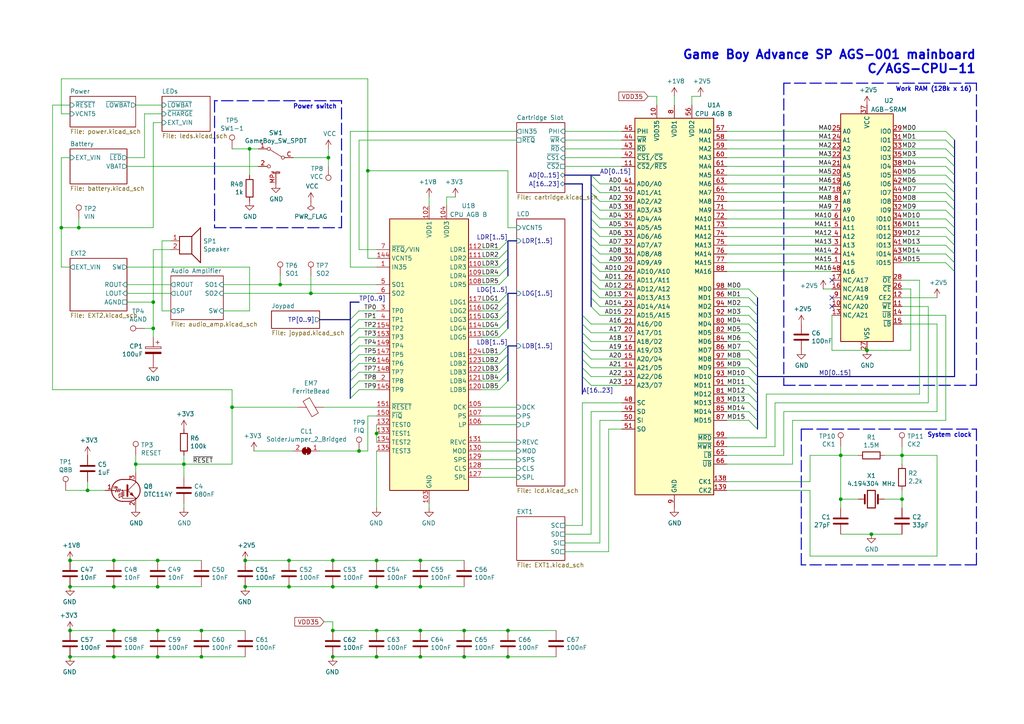
<source format=kicad_sch>
(kicad_sch (version 20211123) (generator eeschema)
  (paper "A4")
  (title_block (title "AGS-CPU-11") (date "2021-07-26") (rev "C") (company "https://gekkio.fi") (comment 1 "https://github.com/Gekkio/gb-schematics"))
  (junction (at 44.45 87.63))
  (junction (at 106.68 49.53))
  (junction (at 243.84 132.08))
  (junction (at 58.42 190.5))
  (junction (at 72.39 43.18))
  (junction (at 96.52 182.88))
  (junction (at 20.32 190.5))
  (junction (at 109.22 182.88))
  (junction (at 109.22 162.56))
  (junction (at 121.92 182.88))
  (junction (at 20.32 182.88))
  (junction (at 83.82 170.18))
  (junction (at 33.02 162.56))
  (junction (at 90.17 85.09))
  (junction (at 44.45 95.25))
  (junction (at 96.52 170.18))
  (junction (at 243.84 144.78))
  (junction (at 33.02 182.88))
  (junction (at 96.52 162.56))
  (junction (at 67.31 118.11))
  (junction (at 109.22 190.5))
  (junction (at 147.32 182.88))
  (junction (at 109.22 170.18))
  (junction (at 58.42 182.88))
  (junction (at 45.72 190.5))
  (junction (at 45.72 170.18))
  (junction (at 83.82 162.56))
  (junction (at 71.12 162.56))
  (junction (at 134.62 190.5))
  (junction (at 121.92 162.56))
  (junction (at 71.12 170.18))
  (junction (at 134.62 182.88))
  (junction (at 22.86 66.04))
  (junction (at 17.78 66.04))
  (junction (at 20.32 162.56))
  (junction (at 96.52 190.5))
  (junction (at 261.62 144.78))
  (junction (at 121.92 170.18))
  (junction (at 121.92 190.5))
  (junction (at 81.28 82.55))
  (junction (at 252.73 154.94))
  (junction (at 261.62 132.08))
  (junction (at 251.46 101.6))
  (junction (at 45.72 182.88))
  (junction (at 53.34 134.62))
  (junction (at 147.32 190.5))
  (junction (at 33.02 170.18))
  (junction (at 104.14 130.81))
  (junction (at 25.4 142.24))
  (junction (at 20.32 170.18))
  (junction (at 33.02 190.5))
  (junction (at 95.25 45.72))
  (junction (at 109.22 125.73))
  (junction (at 39.37 134.62))
  (junction (at 45.72 162.56))
  (no_connect (at 241.3 86.36))
  (no_connect (at 241.3 88.9))
  (no_connect (at 241.3 81.28))
  (bus_entry (at 147.32 110.49) (size -2.54 2.54))
  (bus_entry (at 147.32 87.63) (size -2.54 2.54))
  (bus_entry (at 217.17 99.06) (size 2.54 2.54))
  (bus_entry (at 217.17 104.14) (size 2.54 2.54))
  (bus_entry (at 104.14 92.71) (size -2.54 2.54))
  (bus_entry (at 217.17 111.76) (size 2.54 2.54))
  (bus_entry (at 171.45 76.2) (size 2.54 2.54))
  (bus_entry (at 104.14 102.87) (size -2.54 2.54))
  (bus_entry (at 274.32 48.26) (size 2.54 2.54))
  (bus_entry (at 217.17 86.36) (size 2.54 2.54))
  (bus_entry (at 217.17 101.6) (size 2.54 2.54))
  (bus_entry (at 104.14 113.03) (size -2.54 2.54))
  (bus_entry (at 171.45 81.28) (size 2.54 2.54))
  (bus_entry (at 171.45 53.34) (size 2.54 2.54))
  (bus_entry (at 168.91 93.98) (size 2.54 2.54))
  (bus_entry (at 147.32 74.93) (size -2.54 2.54))
  (bus_entry (at 217.17 91.44) (size 2.54 2.54))
  (bus_entry (at 274.32 53.34) (size 2.54 2.54))
  (bus_entry (at 147.32 85.09) (size -2.54 2.54))
  (bus_entry (at 171.45 86.36) (size 2.54 2.54))
  (bus_entry (at 147.32 77.47) (size -2.54 2.54))
  (bus_entry (at 274.32 43.18) (size 2.54 2.54))
  (bus_entry (at 168.91 101.6) (size 2.54 2.54))
  (bus_entry (at 168.91 96.52) (size 2.54 2.54))
  (bus_entry (at 104.14 110.49) (size -2.54 2.54))
  (bus_entry (at 274.32 55.88) (size 2.54 2.54))
  (bus_entry (at 274.32 68.58) (size 2.54 2.54))
  (bus_entry (at 171.45 83.82) (size 2.54 2.54))
  (bus_entry (at 147.32 92.71) (size -2.54 2.54))
  (bus_entry (at 147.32 80.01) (size -2.54 2.54))
  (bus_entry (at 171.45 60.96) (size 2.54 2.54))
  (bus_entry (at 217.17 121.92) (size 2.54 2.54))
  (bus_entry (at 171.45 66.04) (size 2.54 2.54))
  (bus_entry (at 171.45 78.74) (size 2.54 2.54))
  (bus_entry (at 217.17 119.38) (size 2.54 2.54))
  (bus_entry (at 217.17 114.3) (size 2.54 2.54))
  (bus_entry (at 274.32 63.5) (size 2.54 2.54))
  (bus_entry (at 217.17 88.9) (size 2.54 2.54))
  (bus_entry (at 274.32 50.8) (size 2.54 2.54))
  (bus_entry (at 104.14 107.95) (size -2.54 2.54))
  (bus_entry (at 104.14 97.79) (size -2.54 2.54))
  (bus_entry (at 104.14 105.41) (size -2.54 2.54))
  (bus_entry (at 274.32 73.66) (size 2.54 2.54))
  (bus_entry (at 274.32 45.72) (size 2.54 2.54))
  (bus_entry (at 274.32 58.42) (size 2.54 2.54))
  (bus_entry (at 217.17 96.52) (size 2.54 2.54))
  (bus_entry (at 171.45 88.9) (size 2.54 2.54))
  (bus_entry (at 171.45 50.8) (size 2.54 2.54))
  (bus_entry (at 217.17 116.84) (size 2.54 2.54))
  (bus_entry (at 168.91 91.44) (size 2.54 2.54))
  (bus_entry (at 171.45 71.12) (size 2.54 2.54))
  (bus_entry (at 217.17 109.22) (size 2.54 2.54))
  (bus_entry (at 217.17 93.98) (size 2.54 2.54))
  (bus_entry (at 147.32 72.39) (size -2.54 2.54))
  (bus_entry (at 147.32 102.87) (size -2.54 2.54))
  (bus_entry (at 168.91 104.14) (size 2.54 2.54))
  (bus_entry (at 217.17 106.68) (size 2.54 2.54))
  (bus_entry (at 147.32 95.25) (size -2.54 2.54))
  (bus_entry (at 171.45 73.66) (size 2.54 2.54))
  (bus_entry (at 147.32 107.95) (size -2.54 2.54))
  (bus_entry (at 274.32 60.96) (size 2.54 2.54))
  (bus_entry (at 147.32 90.17) (size -2.54 2.54))
  (bus_entry (at 217.17 83.82) (size 2.54 2.54))
  (bus_entry (at 171.45 68.58) (size 2.54 2.54))
  (bus_entry (at 104.14 95.25) (size -2.54 2.54))
  (bus_entry (at 104.14 100.33) (size -2.54 2.54))
  (bus_entry (at 147.32 105.41) (size -2.54 2.54))
  (bus_entry (at 104.14 90.17) (size -2.54 2.54))
  (bus_entry (at 147.32 69.85) (size -2.54 2.54))
  (bus_entry (at 171.45 55.88) (size 2.54 2.54))
  (bus_entry (at 274.32 38.1) (size 2.54 2.54))
  (bus_entry (at 171.45 63.5) (size 2.54 2.54))
  (bus_entry (at 147.32 100.33) (size -2.54 2.54))
  (bus_entry (at 274.32 66.04) (size 2.54 2.54))
  (bus_entry (at 168.91 106.68) (size 2.54 2.54))
  (bus_entry (at 168.91 99.06) (size 2.54 2.54))
  (bus_entry (at 171.45 58.42) (size 2.54 2.54))
  (bus_entry (at 274.32 76.2) (size 2.54 2.54))
  (bus_entry (at 168.91 109.22) (size 2.54 2.54))
  (bus_entry (at 274.32 40.64) (size 2.54 2.54))
  (bus_entry (at 274.32 71.12) (size 2.54 2.54))
  (wire (pts (xy 210.82 83.82) (xy 217.17 83.82)))
  (wire (pts (xy 261.62 63.5) (xy 274.32 63.5)))
  (wire (pts (xy 58.42 190.5) (xy 71.12 190.5)))
  (wire (pts (xy 271.78 132.08) (xy 261.62 132.08)))
  (polyline (pts (xy 283.21 163.83) (xy 232.41 163.83)) (stroke (width 0.3)))
  (wire (pts (xy 96.52 190.5) (xy 109.22 190.5)))
  (bus (pts (xy 101.6 110.49) (xy 101.6 113.03)))
  (wire (pts (xy 49.53 72.39) (xy 44.45 72.39)))
  (polyline (pts (xy 99.06 29.21) (xy 62.23 29.21)) (stroke (width 0.3)))
  (wire (pts (xy 176.53 160.02) (xy 163.83 160.02)))
  (wire (pts (xy 234.95 132.08) (xy 234.95 139.7)))
  (wire (pts (xy 274.32 121.92) (xy 229.87 121.92)))
  (wire (pts (xy 261.62 50.8) (xy 274.32 50.8)))
  (bus (pts (xy 276.86 63.5) (xy 276.86 66.04)))
  (wire (pts (xy 81.28 82.55) (xy 109.22 82.55)))
  (wire (pts (xy 261.62 66.04) (xy 274.32 66.04)))
  (wire (pts (xy 36.83 77.47) (xy 72.39 77.47)))
  (wire (pts (xy 109.22 130.81) (xy 109.22 147.32)))
  (polyline (pts (xy 62.23 66.04) (xy 99.06 66.04)) (stroke (width 0.3)))
  (wire (pts (xy 109.22 102.87) (xy 104.14 102.87)))
  (wire (pts (xy 144.78 92.71) (xy 139.7 92.71)))
  (wire (pts (xy 147.32 190.5) (xy 161.29 190.5)))
  (wire (pts (xy 144.78 72.39) (xy 139.7 72.39)))
  (wire (pts (xy 149.86 120.65) (xy 139.7 120.65)))
  (wire (pts (xy 261.62 55.88) (xy 274.32 55.88)))
  (wire (pts (xy 210.82 88.9) (xy 217.17 88.9)))
  (wire (pts (xy 109.22 120.65) (xy 106.68 120.65)))
  (bus (pts (xy 101.6 113.03) (xy 101.6 115.57)))
  (wire (pts (xy 210.82 121.92) (xy 217.17 121.92)))
  (polyline (pts (xy 232.41 163.83) (xy 232.41 124.46)) (stroke (width 0.3)))
  (wire (pts (xy 144.78 95.25) (xy 139.7 95.25)))
  (bus (pts (xy 168.91 101.6) (xy 168.91 104.14)))
  (wire (pts (xy 45.72 190.5) (xy 58.42 190.5)))
  (wire (pts (xy 261.62 40.64) (xy 274.32 40.64)))
  (wire (pts (xy 210.82 63.5) (xy 241.3 63.5)))
  (polyline (pts (xy 283.21 24.13) (xy 227.33 24.13)) (stroke (width 0.3)))
  (wire (pts (xy 144.78 80.01) (xy 139.7 80.01)))
  (wire (pts (xy 210.82 93.98) (xy 217.17 93.98)))
  (wire (pts (xy 173.99 91.44) (xy 180.34 91.44)))
  (bus (pts (xy 147.32 77.47) (xy 147.32 80.01)))
  (bus (pts (xy 276.86 58.42) (xy 276.86 60.96)))
  (bus (pts (xy 168.91 104.14) (xy 168.91 106.68)))
  (bus (pts (xy 276.86 48.26) (xy 276.86 50.8)))
  (wire (pts (xy 200.66 27.94) (xy 200.66 30.48)))
  (wire (pts (xy 83.82 162.56) (xy 96.52 162.56)))
  (wire (pts (xy 81.28 80.01) (xy 81.28 82.55)))
  (wire (pts (xy 171.45 93.98) (xy 180.34 93.98)))
  (wire (pts (xy 224.79 116.84) (xy 269.24 116.84)))
  (wire (pts (xy 144.78 82.55) (xy 139.7 82.55)))
  (wire (pts (xy 109.22 97.79) (xy 104.14 97.79)))
  (bus (pts (xy 276.86 68.58) (xy 276.86 71.12)))
  (wire (pts (xy 173.99 73.66) (xy 180.34 73.66)))
  (wire (pts (xy 109.22 110.49) (xy 104.14 110.49)))
  (bus (pts (xy 171.45 78.74) (xy 171.45 81.28)))
  (wire (pts (xy 243.84 132.08) (xy 248.92 132.08)))
  (wire (pts (xy 210.82 78.74) (xy 241.3 78.74)))
  (wire (pts (xy 144.78 87.63) (xy 139.7 87.63)))
  (wire (pts (xy 173.99 71.12) (xy 180.34 71.12)))
  (wire (pts (xy 261.62 68.58) (xy 274.32 68.58)))
  (bus (pts (xy 149.86 85.09) (xy 147.32 85.09)))
  (wire (pts (xy 163.83 48.26) (xy 180.34 48.26)))
  (wire (pts (xy 71.12 162.56) (xy 83.82 162.56)))
  (wire (pts (xy 171.45 119.38) (xy 171.45 154.94)))
  (wire (pts (xy 36.83 48.26) (xy 74.93 48.26)))
  (wire (pts (xy 95.25 45.72) (xy 85.09 45.72)))
  (wire (pts (xy 17.78 33.02) (xy 20.32 33.02)))
  (wire (pts (xy 109.22 105.41) (xy 104.14 105.41)))
  (bus (pts (xy 171.45 83.82) (xy 171.45 86.36)))
  (bus (pts (xy 276.86 60.96) (xy 276.86 63.5)))
  (wire (pts (xy 72.39 77.47) (xy 72.39 90.17)))
  (wire (pts (xy 163.83 38.1) (xy 180.34 38.1)))
  (wire (pts (xy 83.82 170.18) (xy 71.12 170.18)))
  (wire (pts (xy 22.86 66.04) (xy 17.78 66.04)))
  (wire (pts (xy 210.82 58.42) (xy 241.3 58.42)))
  (wire (pts (xy 149.86 66.04) (xy 147.32 66.04)))
  (bus (pts (xy 219.71 99.06) (xy 219.71 101.6)))
  (polyline (pts (xy 227.33 111.76) (xy 283.21 111.76)) (stroke (width 0.3)))
  (bus (pts (xy 171.45 50.8) (xy 171.45 53.34)))
  (wire (pts (xy 210.82 76.2) (xy 241.3 76.2)))
  (bus (pts (xy 147.32 85.09) (xy 147.32 87.63)))
  (bus (pts (xy 147.32 92.71) (xy 147.32 95.25)))
  (bus (pts (xy 219.71 109.22) (xy 219.71 111.76)))
  (wire (pts (xy 49.53 69.85) (xy 46.99 69.85)))
  (wire (pts (xy 227.33 119.38) (xy 271.78 119.38)))
  (bus (pts (xy 147.32 90.17) (xy 147.32 92.71)))
  (bus (pts (xy 219.71 86.36) (xy 219.71 88.9)))
  (wire (pts (xy 144.78 90.17) (xy 139.7 90.17)))
  (bus (pts (xy 147.32 69.85) (xy 147.32 72.39)))
  (wire (pts (xy 109.22 182.88) (xy 121.92 182.88)))
  (bus (pts (xy 219.71 96.52) (xy 219.71 99.06)))
  (wire (pts (xy 104.14 130.81) (xy 106.68 130.81)))
  (wire (pts (xy 104.14 72.39) (xy 104.14 40.64)))
  (wire (pts (xy 229.87 134.62) (xy 210.82 134.62)))
  (wire (pts (xy 190.5 27.94) (xy 190.5 30.48)))
  (wire (pts (xy 20.32 45.72) (xy 17.78 45.72)))
  (wire (pts (xy 149.86 135.89) (xy 139.7 135.89)))
  (wire (pts (xy 224.79 129.54) (xy 224.79 116.84)))
  (wire (pts (xy 261.62 81.28) (xy 266.7 81.28)))
  (wire (pts (xy 30.48 142.24) (xy 25.4 142.24)))
  (wire (pts (xy 210.82 101.6) (xy 217.17 101.6)))
  (wire (pts (xy 53.34 134.62) (xy 67.31 134.62)))
  (wire (pts (xy 92.71 130.81) (xy 104.14 130.81)))
  (wire (pts (xy 121.92 170.18) (xy 109.22 170.18)))
  (bus (pts (xy 219.71 109.22) (xy 276.86 109.22)))
  (wire (pts (xy 44.45 66.04) (xy 22.86 66.04)))
  (wire (pts (xy 173.99 60.96) (xy 180.34 60.96)))
  (wire (pts (xy 234.95 142.24) (xy 234.95 161.29)))
  (wire (pts (xy 243.84 144.78) (xy 243.84 147.32)))
  (wire (pts (xy 39.37 134.62) (xy 39.37 137.16)))
  (wire (pts (xy 96.52 170.18) (xy 83.82 170.18)))
  (wire (pts (xy 248.92 144.78) (xy 243.84 144.78)))
  (wire (pts (xy 58.42 182.88) (xy 71.12 182.88)))
  (wire (pts (xy 173.99 78.74) (xy 180.34 78.74)))
  (bus (pts (xy 276.86 55.88) (xy 276.86 58.42)))
  (wire (pts (xy 109.22 113.03) (xy 104.14 113.03)))
  (wire (pts (xy 264.16 83.82) (xy 264.16 101.6)))
  (wire (pts (xy 41.91 45.72) (xy 36.83 45.72)))
  (wire (pts (xy 144.78 107.95) (xy 139.7 107.95)))
  (bus (pts (xy 219.71 104.14) (xy 219.71 106.68)))
  (wire (pts (xy 173.99 88.9) (xy 180.34 88.9)))
  (wire (pts (xy 45.72 162.56) (xy 33.02 162.56)))
  (polyline (pts (xy 232.41 124.46) (xy 283.21 124.46)) (stroke (width 0.3)))
  (wire (pts (xy 203.2 27.94) (xy 200.66 27.94)))
  (bus (pts (xy 171.45 53.34) (xy 171.45 55.88)))
  (bus (pts (xy 147.32 87.63) (xy 147.32 90.17)))
  (wire (pts (xy 96.52 180.34) (xy 96.52 182.88)))
  (wire (pts (xy 261.62 71.12) (xy 274.32 71.12)))
  (wire (pts (xy 149.86 128.27) (xy 139.7 128.27)))
  (bus (pts (xy 219.71 111.76) (xy 219.71 114.3)))
  (bus (pts (xy 219.71 101.6) (xy 219.71 104.14)))
  (bus (pts (xy 168.91 91.44) (xy 168.91 93.98)))
  (bus (pts (xy 171.45 86.36) (xy 171.45 88.9)))
  (wire (pts (xy 217.17 106.68) (xy 210.82 106.68)))
  (wire (pts (xy 132.08 57.15) (xy 129.54 57.15)))
  (wire (pts (xy 124.46 146.05) (xy 124.46 147.32)))
  (wire (pts (xy 106.68 74.93) (xy 109.22 74.93)))
  (wire (pts (xy 261.62 53.34) (xy 274.32 53.34)))
  (wire (pts (xy 261.62 60.96) (xy 274.32 60.96)))
  (bus (pts (xy 101.6 100.33) (xy 101.6 102.87)))
  (wire (pts (xy 261.62 76.2) (xy 274.32 76.2)))
  (bus (pts (xy 147.32 74.93) (xy 147.32 77.47)))
  (wire (pts (xy 44.45 87.63) (xy 36.83 87.63)))
  (bus (pts (xy 219.71 106.68) (xy 219.71 109.22)))
  (wire (pts (xy 95.25 43.18) (xy 95.25 45.72)))
  (wire (pts (xy 96.52 162.56) (xy 109.22 162.56)))
  (bus (pts (xy 101.6 92.71) (xy 101.6 95.25)))
  (wire (pts (xy 109.22 100.33) (xy 104.14 100.33)))
  (wire (pts (xy 210.82 99.06) (xy 217.17 99.06)))
  (wire (pts (xy 144.78 110.49) (xy 139.7 110.49)))
  (wire (pts (xy 147.32 49.53) (xy 106.68 49.53)))
  (polyline (pts (xy 227.33 24.13) (xy 227.33 111.76)) (stroke (width 0.3)))
  (wire (pts (xy 261.62 45.72) (xy 274.32 45.72)))
  (wire (pts (xy 210.82 73.66) (xy 241.3 73.66)))
  (wire (pts (xy 64.77 82.55) (xy 81.28 82.55)))
  (bus (pts (xy 219.71 88.9) (xy 219.71 91.44)))
  (bus (pts (xy 104.14 87.63) (xy 101.6 87.63)))
  (wire (pts (xy 241.3 101.6) (xy 251.46 101.6)))
  (bus (pts (xy 163.83 53.34) (xy 168.91 53.34)))
  (wire (pts (xy 74.93 43.18) (xy 72.39 43.18)))
  (wire (pts (xy 36.83 85.09) (xy 49.53 85.09)))
  (bus (pts (xy 276.86 45.72) (xy 276.86 48.26)))
  (wire (pts (xy 256.54 132.08) (xy 261.62 132.08)))
  (bus (pts (xy 173.99 50.8) (xy 171.45 50.8)))
  (wire (pts (xy 261.62 132.08) (xy 261.62 134.62)))
  (wire (pts (xy 90.17 85.09) (xy 109.22 85.09)))
  (wire (pts (xy 45.72 170.18) (xy 58.42 170.18)))
  (wire (pts (xy 261.62 38.1) (xy 274.32 38.1)))
  (bus (pts (xy 147.32 102.87) (xy 147.32 105.41)))
  (wire (pts (xy 20.32 30.48) (xy 15.24 30.48)))
  (bus (pts (xy 101.6 97.79) (xy 101.6 100.33)))
  (wire (pts (xy 20.32 190.5) (xy 33.02 190.5)))
  (wire (pts (xy 44.45 97.79) (xy 44.45 95.25)))
  (wire (pts (xy 252.73 154.94) (xy 261.62 154.94)))
  (wire (pts (xy 210.82 43.18) (xy 241.3 43.18)))
  (wire (pts (xy 95.25 45.72) (xy 95.25 48.26)))
  (wire (pts (xy 15.24 30.48) (xy 15.24 113.03)))
  (wire (pts (xy 106.68 49.53) (xy 106.68 74.93)))
  (wire (pts (xy 229.87 121.92) (xy 229.87 134.62)))
  (wire (pts (xy 266.7 114.3) (xy 222.25 114.3)))
  (wire (pts (xy 210.82 86.36) (xy 217.17 86.36)))
  (wire (pts (xy 67.31 118.11) (xy 67.31 134.62)))
  (wire (pts (xy 101.6 38.1) (xy 101.6 77.47)))
  (wire (pts (xy 210.82 40.64) (xy 241.3 40.64)))
  (wire (pts (xy 25.4 142.24) (xy 25.4 139.7)))
  (wire (pts (xy 53.34 132.08) (xy 53.34 134.62)))
  (wire (pts (xy 17.78 45.72) (xy 17.78 66.04)))
  (bus (pts (xy 147.32 107.95) (xy 147.32 110.49)))
  (bus (pts (xy 219.71 116.84) (xy 219.71 119.38)))
  (wire (pts (xy 53.34 134.62) (xy 39.37 134.62)))
  (wire (pts (xy 109.22 95.25) (xy 104.14 95.25)))
  (wire (pts (xy 93.98 180.34) (xy 96.52 180.34)))
  (wire (pts (xy 46.99 35.56) (xy 44.45 35.56)))
  (wire (pts (xy 271.78 161.29) (xy 234.95 161.29)))
  (wire (pts (xy 210.82 129.54) (xy 224.79 129.54)))
  (wire (pts (xy 210.82 91.44) (xy 217.17 91.44)))
  (bus (pts (xy 276.86 73.66) (xy 276.86 76.2)))
  (wire (pts (xy 163.83 40.64) (xy 180.34 40.64)))
  (bus (pts (xy 101.6 107.95) (xy 101.6 110.49)))
  (wire (pts (xy 109.22 125.73) (xy 109.22 128.27)))
  (wire (pts (xy 109.22 162.56) (xy 121.92 162.56)))
  (wire (pts (xy 261.62 73.66) (xy 274.32 73.66)))
  (wire (pts (xy 210.82 48.26) (xy 241.3 48.26)))
  (wire (pts (xy 210.82 60.96) (xy 241.3 60.96)))
  (wire (pts (xy 17.78 66.04) (xy 17.78 77.47)))
  (polyline (pts (xy 99.06 66.04) (xy 99.06 29.21)) (stroke (width 0.3)))
  (wire (pts (xy 210.82 45.72) (xy 241.3 45.72)))
  (wire (pts (xy 67.31 43.18) (xy 72.39 43.18)))
  (bus (pts (xy 168.91 99.06) (xy 168.91 101.6)))
  (wire (pts (xy 171.45 101.6) (xy 180.34 101.6)))
  (wire (pts (xy 264.16 101.6) (xy 251.46 101.6)))
  (wire (pts (xy 129.54 57.15) (xy 129.54 59.69)))
  (wire (pts (xy 171.45 104.14) (xy 180.34 104.14)))
  (bus (pts (xy 276.86 66.04) (xy 276.86 68.58)))
  (wire (pts (xy 173.99 63.5) (xy 180.34 63.5)))
  (wire (pts (xy 266.7 81.28) (xy 266.7 114.3)))
  (wire (pts (xy 64.77 90.17) (xy 72.39 90.17)))
  (wire (pts (xy 67.31 113.03) (xy 67.31 118.11)))
  (wire (pts (xy 104.14 40.64) (xy 149.86 40.64)))
  (wire (pts (xy 210.82 142.24) (xy 234.95 142.24)))
  (wire (pts (xy 73.66 130.81) (xy 85.09 130.81)))
  (wire (pts (xy 39.37 30.48) (xy 46.99 30.48)))
  (polyline (pts (xy 283.21 124.46) (xy 283.21 163.83)) (stroke (width 0.3)))
  (wire (pts (xy 173.99 81.28) (xy 180.34 81.28)))
  (wire (pts (xy 144.78 102.87) (xy 139.7 102.87)))
  (wire (pts (xy 222.25 127) (xy 210.82 127)))
  (wire (pts (xy 45.72 182.88) (xy 58.42 182.88)))
  (wire (pts (xy 168.91 152.4) (xy 168.91 116.84)))
  (wire (pts (xy 210.82 71.12) (xy 241.3 71.12)))
  (wire (pts (xy 109.22 92.71) (xy 104.14 92.71)))
  (wire (pts (xy 134.62 182.88) (xy 147.32 182.88)))
  (bus (pts (xy 147.32 105.41) (xy 147.32 107.95)))
  (wire (pts (xy 173.99 83.82) (xy 180.34 83.82)))
  (bus (pts (xy 101.6 92.71) (xy 101.6 87.63)))
  (bus (pts (xy 147.32 72.39) (xy 147.32 74.93)))
  (wire (pts (xy 161.29 182.88) (xy 147.32 182.88)))
  (wire (pts (xy 210.82 132.08) (xy 227.33 132.08)))
  (wire (pts (xy 195.58 27.94) (xy 195.58 30.48)))
  (wire (pts (xy 173.99 76.2) (xy 180.34 76.2)))
  (wire (pts (xy 173.99 86.36) (xy 180.34 86.36)))
  (wire (pts (xy 46.99 33.02) (xy 41.91 33.02)))
  (wire (pts (xy 261.62 86.36) (xy 271.78 86.36)))
  (wire (pts (xy 109.22 107.95) (xy 104.14 107.95)))
  (bus (pts (xy 149.86 69.85) (xy 147.32 69.85)))
  (wire (pts (xy 15.24 113.03) (xy 67.31 113.03)))
  (wire (pts (xy 173.99 66.04) (xy 180.34 66.04)))
  (wire (pts (xy 33.02 162.56) (xy 20.32 162.56)))
  (wire (pts (xy 210.82 139.7) (xy 234.95 139.7)))
  (wire (pts (xy 106.68 49.53) (xy 106.68 22.86)))
  (wire (pts (xy 261.62 48.26) (xy 274.32 48.26)))
  (bus (pts (xy 276.86 53.34) (xy 276.86 55.88)))
  (wire (pts (xy 173.99 68.58) (xy 180.34 68.58)))
  (wire (pts (xy 53.34 134.62) (xy 53.34 138.43)))
  (wire (pts (xy 210.82 104.14) (xy 217.17 104.14)))
  (bus (pts (xy 276.86 76.2) (xy 276.86 78.74)))
  (wire (pts (xy 72.39 43.18) (xy 72.39 50.8)))
  (wire (pts (xy 149.86 123.19) (xy 139.7 123.19)))
  (wire (pts (xy 163.83 152.4) (xy 168.91 152.4)))
  (wire (pts (xy 261.62 129.54) (xy 261.62 132.08)))
  (wire (pts (xy 227.33 132.08) (xy 227.33 119.38)))
  (wire (pts (xy 210.82 116.84) (xy 217.17 116.84)))
  (bus (pts (xy 276.86 78.74) (xy 276.86 109.22)))
  (wire (pts (xy 171.45 96.52) (xy 180.34 96.52)))
  (wire (pts (xy 93.98 118.11) (xy 109.22 118.11)))
  (wire (pts (xy 53.34 147.32) (xy 53.34 146.05)))
  (wire (pts (xy 67.31 118.11) (xy 86.36 118.11)))
  (polyline (pts (xy 62.23 29.21) (xy 62.23 66.04)) (stroke (width 0.3)))
  (bus (pts (xy 219.71 114.3) (xy 219.71 116.84)))
  (bus (pts (xy 149.86 100.33) (xy 147.32 100.33)))
  (wire (pts (xy 256.54 144.78) (xy 261.62 144.78)))
  (bus (pts (xy 163.83 50.8) (xy 171.45 50.8)))
  (wire (pts (xy 147.32 66.04) (xy 147.32 49.53)))
  (bus (pts (xy 219.71 121.92) (xy 219.71 124.46)))
  (wire (pts (xy 241.3 91.44) (xy 241.3 101.6)))
  (bus (pts (xy 171.45 81.28) (xy 171.45 83.82)))
  (wire (pts (xy 33.02 170.18) (xy 45.72 170.18)))
  (wire (pts (xy 171.45 99.06) (xy 180.34 99.06)))
  (wire (pts (xy 163.83 45.72) (xy 180.34 45.72)))
  (wire (pts (xy 33.02 182.88) (xy 45.72 182.88)))
  (wire (pts (xy 44.45 35.56) (xy 44.45 66.04)))
  (wire (pts (xy 17.78 77.47) (xy 20.32 77.47)))
  (wire (pts (xy 49.53 82.55) (xy 36.83 82.55)))
  (bus (pts (xy 276.86 40.64) (xy 276.86 43.18)))
  (bus (pts (xy 171.45 68.58) (xy 171.45 71.12)))
  (bus (pts (xy 171.45 60.96) (xy 171.45 63.5)))
  (wire (pts (xy 17.78 22.86) (xy 17.78 33.02)))
  (wire (pts (xy 121.92 190.5) (xy 109.22 190.5)))
  (wire (pts (xy 171.45 109.22) (xy 180.34 109.22)))
  (bus (pts (xy 219.71 93.98) (xy 219.71 96.52)))
  (bus (pts (xy 171.45 63.5) (xy 171.45 66.04)))
  (wire (pts (xy 210.82 96.52) (xy 217.17 96.52)))
  (wire (pts (xy 210.82 50.8) (xy 241.3 50.8)))
  (wire (pts (xy 109.22 72.39) (xy 104.14 72.39)))
  (wire (pts (xy 238.76 83.82) (xy 241.3 83.82)))
  (wire (pts (xy 44.45 72.39) (xy 44.45 87.63)))
  (bus (pts (xy 168.91 53.34) (xy 168.91 91.44)))
  (wire (pts (xy 106.68 22.86) (xy 17.78 22.86)))
  (wire (pts (xy 134.62 170.18) (xy 121.92 170.18)))
  (wire (pts (xy 109.22 123.19) (xy 109.22 125.73)))
  (wire (pts (xy 269.24 88.9) (xy 261.62 88.9)))
  (wire (pts (xy 261.62 144.78) (xy 261.62 142.24)))
  (wire (pts (xy 134.62 190.5) (xy 121.92 190.5)))
  (wire (pts (xy 149.86 133.35) (xy 139.7 133.35)))
  (wire (pts (xy 58.42 162.56) (xy 45.72 162.56)))
  (wire (pts (xy 210.82 111.76) (xy 217.17 111.76)))
  (wire (pts (xy 19.05 142.24) (xy 25.4 142.24)))
  (wire (pts (xy 210.82 66.04) (xy 241.3 66.04)))
  (wire (pts (xy 171.45 106.68) (xy 180.34 106.68)))
  (wire (pts (xy 271.78 132.08) (xy 271.78 161.29)))
  (wire (pts (xy 261.62 83.82) (xy 264.16 83.82)))
  (wire (pts (xy 163.83 43.18) (xy 180.34 43.18)))
  (wire (pts (xy 144.78 97.79) (xy 139.7 97.79)))
  (bus (pts (xy 219.71 119.38) (xy 219.71 121.92)))
  (wire (pts (xy 39.37 132.08) (xy 39.37 134.62)))
  (bus (pts (xy 171.45 71.12) (xy 171.45 73.66)))
  (bus (pts (xy 276.86 50.8) (xy 276.86 53.34)))
  (wire (pts (xy 49.53 90.17) (xy 46.99 90.17)))
  (wire (pts (xy 176.53 124.46) (xy 176.53 160.02)))
  (wire (pts (xy 210.82 55.88) (xy 241.3 55.88)))
  (wire (pts (xy 171.45 154.94) (xy 163.83 154.94)))
  (wire (pts (xy 210.82 119.38) (xy 217.17 119.38)))
  (wire (pts (xy 149.86 130.81) (xy 139.7 130.81)))
  (bus (pts (xy 171.45 55.88) (xy 171.45 58.42)))
  (wire (pts (xy 274.32 91.44) (xy 274.32 121.92)))
  (wire (pts (xy 144.78 74.93) (xy 139.7 74.93)))
  (wire (pts (xy 121.92 182.88) (xy 134.62 182.88)))
  (bus (pts (xy 219.71 91.44) (xy 219.71 93.98)))
  (wire (pts (xy 144.78 77.47) (xy 139.7 77.47)))
  (wire (pts (xy 22.86 63.5) (xy 22.86 66.04)))
  (wire (pts (xy 101.6 38.1) (xy 149.86 38.1)))
  (wire (pts (xy 64.77 85.09) (xy 90.17 85.09)))
  (polyline (pts (xy 283.21 111.76) (xy 283.21 24.13)) (stroke (width 0.3)))
  (bus (pts (xy 171.45 66.04) (xy 171.45 68.58)))
  (wire (pts (xy 210.82 109.22) (xy 217.17 109.22)))
  (wire (pts (xy 90.17 80.01) (xy 90.17 85.09)))
  (wire (pts (xy 144.78 113.03) (xy 139.7 113.03)))
  (wire (pts (xy 271.78 119.38) (xy 271.78 93.98)))
  (wire (pts (xy 176.53 124.46) (xy 180.34 124.46)))
  (bus (pts (xy 171.45 58.42) (xy 171.45 60.96)))
  (wire (pts (xy 121.92 162.56) (xy 134.62 162.56)))
  (wire (pts (xy 20.32 182.88) (xy 33.02 182.88)))
  (wire (pts (xy 261.62 58.42) (xy 274.32 58.42)))
  (bus (pts (xy 168.91 106.68) (xy 168.91 109.22)))
  (bus (pts (xy 168.91 109.22) (xy 168.91 114.3)))
  (wire (pts (xy 109.22 90.17) (xy 104.14 90.17)))
  (bus (pts (xy 168.91 96.52) (xy 168.91 99.06)))
  (bus (pts (xy 168.91 93.98) (xy 168.91 96.52)))
  (wire (pts (xy 149.86 138.43) (xy 139.7 138.43)))
  (wire (pts (xy 171.45 111.76) (xy 180.34 111.76)))
  (wire (pts (xy 180.34 119.38) (xy 171.45 119.38)))
  (bus (pts (xy 276.86 71.12) (xy 276.86 73.66)))
  (wire (pts (xy 124.46 57.15) (xy 124.46 59.69)))
  (bus (pts (xy 171.45 76.2) (xy 171.45 78.74)))
  (wire (pts (xy 46.99 90.17) (xy 46.99 69.85)))
  (wire (pts (xy 187.96 27.94) (xy 190.5 27.94)))
  (wire (pts (xy 147.32 190.5) (xy 134.62 190.5)))
  (wire (pts (xy 271.78 93.98) (xy 261.62 93.98)))
  (wire (pts (xy 173.99 55.88) (xy 180.34 55.88)))
  (wire (pts (xy 173.99 58.42) (xy 180.34 58.42)))
  (wire (pts (xy 41.91 95.25) (xy 44.45 95.25)))
  (bus (pts (xy 92.71 92.71) (xy 101.6 92.71)))
  (wire (pts (xy 210.82 38.1) (xy 241.3 38.1)))
  (wire (pts (xy 222.25 114.3) (xy 222.25 127)))
  (wire (pts (xy 173.99 121.92) (xy 180.34 121.92)))
  (wire (pts (xy 269.24 116.84) (xy 269.24 88.9)))
  (wire (pts (xy 20.32 170.18) (xy 33.02 170.18)))
  (wire (pts (xy 33.02 190.5) (xy 45.72 190.5)))
  (wire (pts (xy 96.52 182.88) (xy 109.22 182.88)))
  (wire (pts (xy 210.82 114.3) (xy 217.17 114.3)))
  (wire (pts (xy 44.45 95.25) (xy 44.45 87.63)))
  (wire (pts (xy 261.62 43.18) (xy 274.32 43.18)))
  (wire (pts (xy 243.84 132.08) (xy 234.95 132.08)))
  (bus (pts (xy 171.45 73.66) (xy 171.45 76.2)))
  (wire (pts (xy 168.91 116.84) (xy 180.34 116.84)))
  (wire (pts (xy 109.22 170.18) (xy 96.52 170.18)))
  (wire (pts (xy 261.62 144.78) (xy 261.62 147.32)))
  (wire (pts (xy 243.84 129.54) (xy 243.84 132.08)))
  (bus (pts (xy 101.6 102.87) (xy 101.6 105.41)))
  (wire (pts (xy 243.84 154.94) (xy 252.73 154.94)))
  (bus (pts (xy 101.6 95.25) (xy 101.6 97.79)))
  (wire (pts (xy 149.86 118.11) (xy 139.7 118.11)))
  (bus (pts (xy 276.86 43.18) (xy 276.86 45.72)))
  (bus (pts (xy 147.32 100.33) (xy 147.32 102.87)))
  (wire (pts (xy 173.99 157.48) (xy 173.99 121.92)))
  (wire (pts (xy 41.91 33.02) (xy 41.91 45.72)))
  (wire (pts (xy 101.6 77.47) (xy 109.22 77.47)))
  (wire (pts (xy 163.83 157.48) (xy 173.99 157.48)))
  (wire (pts (xy 173.99 53.34) (xy 180.34 53.34)))
  (wire (pts (xy 210.82 68.58) (xy 241.3 68.58)))
  (wire (pts (xy 261.62 91.44) (xy 274.32 91.44)))
  (wire (pts (xy 106.68 120.65) (xy 106.68 130.81)))
  (wire (pts (xy 144.78 105.41) (xy 139.7 105.41)))
  (wire (pts (xy 243.84 144.78) (xy 243.84 132.08)))
  (wire (pts (xy 210.82 53.34) (xy 241.3 53.34)))
  (bus (pts (xy 101.6 105.41) (xy 101.6 107.95)))
  (text "Game Boy Advance SP AGS-001 mainboard\nC/AGS-CPU-11" (at 283.21 21.59 0) (effects (font (size 2.54 2.54) (thickness 0.508) bold) (justify right bottom)))
  (text "Power switch" (at 97.79 31.75 180) (effects (font (size 1.27 1.27) (thickness 0.254) bold) (justify right bottom)))
  (text "System clock" (at 281.94 127 180) (effects (font (size 1.27 1.27) (thickness 0.254) bold) (justify right bottom)))
  (text "Work RAM (128k x 16)" (at 281.94 26.67 180) (effects (font (size 1.27 1.27) (thickness 0.254) bold) (justify right bottom)))
  (label "AD4" (at 180.34 63.5 180))
  (label "MD5" (at 210.82 96.52 0))
  (label "MD12" (at 261.62 68.58 0))
  (label "TP4" (at 109.22 100.33 180))
  (label "LDB5" (at 139.7 113.03 0))
  (label "MD7" (at 261.62 55.88 0))
  (label "MD3" (at 210.82 91.44 0))
  (label "MD2" (at 210.82 88.9 0))
  (label "TP0" (at 109.22 90.17 180))
  (label "~{RESET}" (at 55.88 134.62 0))
  (label "AD15" (at 180.34 91.44 180))
  (label "MD4" (at 261.62 48.26 0))
  (label "MA16" (at 241.3 78.74 180))
  (label "MD12" (at 210.82 114.3 0))
  (label "MD1" (at 261.62 40.64 0))
  (label "MD14" (at 261.62 73.66 0))
  (label "TP2" (at 109.22 95.25 180))
  (label "AD6" (at 180.34 68.58 180))
  (label "MA14" (at 241.3 73.66 180))
  (label "MD15" (at 261.62 76.2 0))
  (label "A18" (at 180.34 99.06 180))
  (label "MD[0..15]" (at 237.49 109.22 0))
  (label "AD3" (at 180.34 60.96 180))
  (label "MA6" (at 241.3 53.34 180))
  (label "LDR[1..5]" (at 147.32 69.85 180))
  (label "MD10" (at 261.62 63.5 0))
  (label "TP9" (at 109.22 113.03 180))
  (label "A17" (at 180.34 96.52 180))
  (label "MD9" (at 210.82 106.68 0))
  (label "MD1" (at 210.82 86.36 0))
  (label "AD5" (at 180.34 66.04 180))
  (label "AD13" (at 180.34 86.36 180))
  (label "AD2" (at 180.34 58.42 180))
  (label "MA8" (at 241.3 58.42 180))
  (label "TP3" (at 109.22 97.79 180))
  (label "MD6" (at 210.82 99.06 0))
  (label "MA5" (at 241.3 50.8 180))
  (label "MA13" (at 241.3 71.12 180))
  (label "MD0" (at 261.62 38.1 0))
  (label "AD12" (at 180.34 83.82 180))
  (label "MD8" (at 210.82 104.14 0))
  (label "A22" (at 180.34 109.22 180))
  (label "MD5" (at 261.62 50.8 0))
  (label "AD7" (at 180.34 71.12 180))
  (label "TP5" (at 109.22 102.87 180))
  (label "TP8" (at 109.22 110.49 180))
  (label "LDB4" (at 139.7 110.49 0))
  (label "MA1" (at 241.3 40.64 180))
  (label "MA3" (at 241.3 45.72 180))
  (label "AD8" (at 180.34 73.66 180))
  (label "MA9" (at 241.3 60.96 180))
  (label "A16" (at 180.34 93.98 180))
  (label "LDB1" (at 139.7 102.87 0))
  (label "MD0" (at 210.82 83.82 0))
  (label "AD1" (at 180.34 55.88 180))
  (label "MA12" (at 241.3 68.58 180))
  (label "MA15" (at 241.3 76.2 180))
  (label "MA10" (at 241.3 63.5 180))
  (label "MD14" (at 210.82 119.38 0))
  (label "MD6" (at 261.62 53.34 0))
  (label "LDG1" (at 139.7 87.63 0))
  (label "MA4" (at 241.3 48.26 180))
  (label "MD2" (at 261.62 43.18 0))
  (label "LDG5" (at 139.7 97.79 0))
  (label "LDR1" (at 139.7 72.39 0))
  (label "A[16..23]" (at 168.91 114.3 0))
  (label "LDB3" (at 139.7 107.95 0))
  (label "MD9" (at 261.62 60.96 0))
  (label "TP1" (at 109.22 92.71 180))
  (label "LDR5" (at 139.7 82.55 0))
  (label "LDB2" (at 139.7 105.41 0))
  (label "MA11" (at 241.3 66.04 180))
  (label "TP[0..9]" (at 104.14 87.63 0))
  (label "A20" (at 180.34 104.14 180))
  (label "LDR2" (at 139.7 74.93 0))
  (label "LDG[1..5]" (at 147.32 85.09 180))
  (label "LDG2" (at 139.7 90.17 0))
  (label "MD13" (at 261.62 71.12 0))
  (label "MA0" (at 241.3 38.1 180))
  (label "AD9" (at 180.34 76.2 180))
  (label "MD7" (at 210.82 101.6 0))
  (label "MD15" (at 210.82 121.92 0))
  (label "MD10" (at 210.82 109.22 0))
  (label "A19" (at 180.34 101.6 180))
  (label "LDR3" (at 139.7 77.47 0))
  (label "AD[0..15]" (at 173.99 50.8 0))
  (label "TP7" (at 109.22 107.95 180))
  (label "MD13" (at 210.82 116.84 0))
  (label "MD11" (at 261.62 66.04 0))
  (label "AD14" (at 180.34 88.9 180))
  (label "AD0" (at 180.34 53.34 180))
  (label "LDG4" (at 139.7 95.25 0))
  (label "A23" (at 180.34 111.76 180))
  (label "MD8" (at 261.62 58.42 0))
  (label "MD4" (at 210.82 93.98 0))
  (label "LDB[1..5]" (at 147.32 100.33 180))
  (label "AD10" (at 180.34 78.74 180))
  (label "MA2" (at 241.3 43.18 180))
  (label "MD11" (at 210.82 111.76 0))
  (label "MD3" (at 261.62 45.72 0))
  (label "MA7" (at 241.3 55.88 180))
  (label "TP6" (at 109.22 105.41 180))
  (label "A21" (at 180.34 106.68 180))
  (label "LDR4" (at 139.7 80.01 0))
  (label "AD11" (at 180.34 81.28 180))
  (label "LDG3" (at 139.7 92.71 0))
  (global_label "VDD35" (shape input) (at 187.96 27.94 180) (property "Intersheet References" "${INTERSHEET_REFS}" (effects hide)))
  (global_label "VDD35" (shape input) (at 93.98 180.34 180) (property "Intersheet References" "${INTERSHEET_REFS}" (effects hide)))
  (symbol (lib_id "Device:C_Polarized") (at 44.45 101.6 0) (mirror y) (unit 1)
    (property "Reference" "CP1" (at 41.4528 100.4316 0) (effects (justify left)))
    (property "Value" "100uF" (at 41.4528 102.743 0) (effects (justify left)))
  )
  (symbol (lib_id "power:GND") (at 44.45 105.41 0) (mirror y) (unit 1)
    (property "Reference" "#PWR0116" (effects hide))
    (property "Value" "GND" (at 44.323 109.8042 0))
  )
  (symbol (lib_id "Device:Speaker") (at 54.61 69.85 0) (unit 1)
    (property "Reference" "SP1" (at 58.928 69.9516 0) (effects (justify left)))
    (property "Value" "Speaker" (at 58.928 72.263 0) (effects (justify left)))
  )
  (symbol (lib_id "power:GND") (at 195.58 147.32 0) (unit 1)
    (property "Reference" "#PWR0107" (effects hide))
    (property "Value" "GND" (at 195.707 151.7142 0))
  )
  (symbol (lib_id "power:+2V5") (at 203.2 27.94 0) (unit 1)
    (property "Reference" "#PWR0108" (effects hide))
    (property "Value" "+2V5" (at 203.581 23.5458 0))
  )
  (symbol (lib_id "Gekkio_CPU_Nintendo:GameBoy_CPU_AGB-B") (at 195.58 88.9 0) (unit 1)
    (property "Reference" "U1" (at 207.01 30.48 0))
    (property "Value" "CPU AGB B" (at 207.01 33.02 0))
    (property "Footprint" "Gekkio_Package_QFP:Sharp_QFP-156_14x20mm_P0.4mm" (effects hide))
  )
  (symbol (lib_id "Gekkio_Memory_RAM:GameBoyAdvance_SRAM_2M") (at 251.46 66.04 0) (unit 1)
    (property "Reference" "U2" (at 257.81 29.21 0))
    (property "Value" "AGB-SRAM" (at 257.81 31.75 0))
  )
  (symbol (lib_id "power:+2V5") (at 238.76 83.82 0) (unit 1)
    (property "Reference" "#PWR0109" (effects hide))
    (property "Value" "+2V5" (at 237.2868 82.8802 0) (effects (justify right)))
  )
  (symbol (lib_id "power:+2V5") (at 251.46 30.48 0) (unit 1)
    (property "Reference" "#PWR0110" (effects hide))
    (property "Value" "+2V5" (at 251.841 26.0858 0))
  )
  (symbol (lib_id "power:GND") (at 251.46 101.6 0) (unit 1)
    (property "Reference" "#PWR0111" (effects hide))
    (property "Value" "GND" (at 251.587 105.9942 0))
  )
  (symbol (lib_id "power:+2V5") (at 271.78 86.36 0) (unit 1)
    (property "Reference" "#PWR0113" (effects hide))
    (property "Value" "+2V5" (at 272.161 81.9658 0))
  )
  (symbol (lib_id "power:PWR_FLAG") (at 90.17 58.42 180) (unit 1)
    (property "Reference" "#FLG0110" (effects hide))
    (property "Value" "PWR_FLAG" (at 90.17 62.8142 0))
  )
  (symbol (lib_id "power:VCC") (at 90.17 58.42 0) (unit 1)
    (property "Reference" "#PWR0220" (effects hide))
    (property "Value" "VCC" (at 90.551 54.0258 0))
  )
  (symbol (lib_id "power:GND") (at 124.46 147.32 0) (mirror y) (unit 1)
    (property "Reference" "#PWR0142" (effects hide))
    (property "Value" "GND" (at 124.333 151.7142 0))
  )
  (symbol (lib_id "Device:C") (at 232.41 97.79 0) (unit 1)
    (property "Reference" "C6" (at 235.331 96.6216 0) (effects (justify left)))
    (property "Value" "100nF" (at 235.331 98.933 0) (effects (justify left)))
  )
  (symbol (lib_id "power:+2V5") (at 232.41 93.98 0) (unit 1)
    (property "Reference" "#PWR0114" (effects hide))
    (property "Value" "+2V5" (at 232.791 89.5858 0))
  )
  (symbol (lib_id "power:GND") (at 232.41 101.6 0) (unit 1)
    (property "Reference" "#PWR0115" (effects hide))
    (property "Value" "GND" (at 232.537 105.9942 0))
  )
  (symbol (lib_id "Device:Crystal") (at 252.73 144.78 0) (unit 1)
    (property "Reference" "X1" (at 252.73 137.9728 0))
    (property "Value" "4.194304 MHz" (at 252.73 140.2842 0))
  )
  (symbol (lib_id "Connector:TestPoint") (at 243.84 129.54 0) (unit 1)
    (property "Reference" "TP10" (at 242.3668 126.5428 0) (effects (justify right)))
    (property "Value" "CK1" (at 242.3668 128.8542 0) (effects (justify right)))
  )
  (symbol (lib_id "Connector:TestPoint") (at 261.62 129.54 0) (unit 1)
    (property "Reference" "TP11" (at 263.0932 126.5428 0) (effects (justify left)))
    (property "Value" "CK2" (at 263.0932 128.8542 0) (effects (justify left)))
  )
  (symbol (lib_id "Device:C") (at 243.84 151.13 0) (unit 1)
    (property "Reference" "C1" (at 240.9444 149.9616 0) (effects (justify right)))
    (property "Value" "27pF" (at 240.9444 152.273 0) (effects (justify right)))
  )
  (symbol (lib_id "Device:R") (at 252.73 132.08 270) (unit 1)
    (property "Reference" "R1" (at 252.73 126.8222 90))
    (property "Value" "1.5M" (at 252.73 129.1336 90))
  )
  (symbol (lib_id "Device:R") (at 261.62 138.43 180) (unit 1)
    (property "Reference" "R2" (at 263.398 137.2616 0) (effects (justify right)))
    (property "Value" "2.2k" (at 263.398 139.573 0) (effects (justify right)))
  )
  (symbol (lib_id "Device:C") (at 261.62 151.13 0) (unit 1)
    (property "Reference" "C2" (at 264.541 149.9616 0) (effects (justify left)))
    (property "Value" "33pF" (at 264.541 152.273 0) (effects (justify left)))
  )
  (symbol (lib_id "power:GND") (at 252.73 154.94 0) (unit 1)
    (property "Reference" "#PWR0172" (effects hide))
    (property "Value" "GND" (at 252.857 159.3342 0))
  )
  (symbol (lib_id "Connector:TestPoint") (at 81.28 80.01 0) (unit 1)
    (property "Reference" "TP6" (at 82.7532 77.0128 0) (effects (justify left)))
    (property "Value" "SO1" (at 82.7532 79.3242 0) (effects (justify left)))
  )
  (symbol (lib_id "Connector:TestPoint") (at 90.17 80.01 0) (unit 1)
    (property "Reference" "TP7" (at 91.6432 77.0128 0) (effects (justify left)))
    (property "Value" "SO2" (at 91.6432 79.3242 0) (effects (justify left)))
  )
  (symbol (lib_id "power:+1V8") (at 195.58 27.94 0) (unit 1)
    (property "Reference" "#PWR0141" (effects hide))
    (property "Value" "+1V8" (at 195.961 23.5458 0))
  )
  (symbol (lib_id "Gekkio_CPU_Nintendo:GameBoy_CPU_AGB-B") (at 124.46 102.87 0) (unit 2)
    (property "Reference" "U1" (at 135.89 59.69 0))
    (property "Value" "CPU AGB B" (at 135.89 62.23 0))
    (property "Footprint" "Gekkio_Package_QFP:Sharp_QFP-156_14x20mm_P0.4mm" (effects hide))
  )
  (symbol (lib_id "Jumper:SolderJumper_2_Bridged") (at 88.9 130.81 180) (unit 1)
    (property "Reference" "CL1" (at 88.9 125.095 0))
    (property "Value" "SolderJumper_2_Bridged" (at 88.9 127.4064 0))
  )
  (symbol (lib_id "Connector:TestPoint") (at 104.14 130.81 0) (mirror y) (unit 1)
    (property "Reference" "TP9" (at 104.14 122.555 0))
    (property "Value" "FIQ" (at 104.14 124.8664 0))
  )
  (symbol (lib_id "power:+3V3") (at 73.66 130.81 0) (mirror y) (unit 1)
    (property "Reference" "#PWR0169" (effects hide))
    (property "Value" "+3V3" (at 73.279 126.4158 0))
  )
  (symbol (lib_id "Gekkio_Switch:GameBoy_SW_SPDT") (at 80.01 45.72 0) (mirror y) (unit 1)
    (property "Reference" "SW1" (at 80.01 38.5318 0))
    (property "Value" "GameBoy_SW_SPDT" (at 80.01 40.8432 0))
  )
  (symbol (lib_id "power:GND") (at 80.01 53.34 0) (unit 1)
    (property "Reference" "#PWR0186" (effects hide))
    (property "Value" "GND" (at 80.137 57.7342 0))
  )
  (symbol (lib_id "Connector:TestPoint") (at 95.25 48.26 180) (unit 1)
    (property "Reference" "TP8" (at 93.8022 48.9204 0) (effects (justify left)))
    (property "Value" "VCC" (at 93.8022 51.2318 0) (effects (justify left)))
  )
  (symbol (lib_id "power:GND") (at 72.39 58.42 0) (unit 1)
    (property "Reference" "#PWR0185" (effects hide))
    (property "Value" "GND" (at 72.517 62.8142 0))
  )
  (symbol (lib_id "Device:R") (at 72.39 54.61 0) (unit 1)
    (property "Reference" "R48" (at 70.612 53.4416 0) (effects (justify right)))
    (property "Value" "1k" (at 70.612 55.753 0) (effects (justify right)))
  )
  (symbol (lib_id "Connector:TestPoint") (at 67.31 43.18 0) (mirror y) (unit 1)
    (property "Reference" "TP5" (at 67.31 34.925 0))
    (property "Value" "SW1-1" (at 67.31 37.2364 0))
  )
  (symbol (lib_id "power:+1V8") (at 124.46 57.15 0) (mirror y) (unit 1)
    (property "Reference" "#PWR0170" (effects hide))
    (property "Value" "+1V8" (at 124.079 52.7558 0))
  )
  (symbol (lib_id "power:+3V3") (at 132.08 57.15 0) (mirror y) (unit 1)
    (property "Reference" "#PWR0171" (effects hide))
    (property "Value" "+3V3" (at 131.699 52.7558 0))
  )
  (symbol (lib_id "Transistor_BJT:DTC114Y") (at 36.83 142.24 0) (unit 1)
    (property "Reference" "Q8" (at 41.6052 141.0716 0) (effects (justify left)))
    (property "Value" "DTC114Y" (at 41.6052 143.383 0) (effects (justify left)))
  )
  (symbol (lib_id "power:GND") (at 39.37 147.32 0) (unit 1)
    (property "Reference" "#PWR0173" (effects hide))
    (property "Value" "GND" (at 39.497 151.7142 0))
  )
  (symbol (lib_id "Device:C") (at 25.4 135.89 0) (unit 1)
    (property "Reference" "C5" (at 28.321 134.7216 0) (effects (justify left)))
    (property "Value" "1uF" (at 28.321 137.033 0) (effects (justify left)))
  )
  (symbol (lib_id "power:+3V3") (at 25.4 132.08 0) (unit 1)
    (property "Reference" "#PWR0174" (effects hide))
    (property "Value" "+3V3" (at 25.781 127.6858 0))
  )
  (symbol (lib_id "Connector:TestPoint") (at 19.05 142.24 0) (unit 1)
    (property "Reference" "TP1" (at 19.05 133.985 0))
    (property "Value" "Q8B" (at 19.05 136.2964 0))
  )
  (symbol (lib_id "Device:C") (at 53.34 142.24 0) (unit 1)
    (property "Reference" "C4" (at 56.261 141.0716 0) (effects (justify left)))
    (property "Value" "680nF" (at 56.261 143.383 0) (effects (justify left)))
  )
  (symbol (lib_id "power:GND") (at 53.34 147.32 0) (unit 1)
    (property "Reference" "#PWR0175" (effects hide))
    (property "Value" "GND" (at 53.467 151.7142 0))
  )
  (symbol (lib_id "Device:R") (at 53.34 128.27 0) (unit 1)
    (property "Reference" "R6" (at 55.118 127.1016 0) (effects (justify left)))
    (property "Value" "100k" (at 55.118 129.413 0) (effects (justify left)))
  )
  (symbol (lib_id "power:+3V3") (at 53.34 124.46 0) (unit 1)
    (property "Reference" "#PWR0176" (effects hide))
    (property "Value" "+3V3" (at 53.721 120.0658 0))
  )
  (symbol (lib_id "Device:FerriteBead") (at 90.17 118.11 90) (mirror x) (unit 1)
    (property "Reference" "EM7" (at 90.17 111.1504 90))
    (property "Value" "FerriteBead" (at 90.17 113.4618 90))
  )
  (symbol (lib_id "power:VCC") (at 95.25 43.18 0) (unit 1)
    (property "Reference" "#PWR0187" (effects hide))
    (property "Value" "VCC" (at 95.631 38.7858 0))
  )
  (symbol (lib_id "Connector:TestPoint") (at 22.86 63.5 0) (unit 1)
    (property "Reference" "TP2" (at 24.3332 60.5028 0) (effects (justify left)))
    (property "Value" "VIN" (at 24.3332 62.8142 0) (effects (justify left)))
  )
  (symbol (lib_id "Connector:TestPoint") (at 39.37 132.08 0) (unit 1)
    (property "Reference" "TP3" (at 40.8432 129.0828 0) (effects (justify left)))
    (property "Value" "RESET" (at 40.8432 131.3942 0) (effects (justify left)))
  )
  (symbol (lib_id "power:GND") (at 109.22 147.32 0) (mirror y) (unit 1)
    (property "Reference" "#PWR0177" (effects hide))
    (property "Value" "GND" (at 109.093 151.7142 0))
  )
  (symbol (lib_id "Device:C") (at 20.32 166.37 0) (unit 1)
    (property "Reference" "C47" (at 23.241 165.2016 0) (effects (justify left)))
    (property "Value" "10nF" (at 23.241 167.513 0) (effects (justify left)))
  )
  (symbol (lib_id "Device:C") (at 33.02 166.37 0) (unit 1)
    (property "Reference" "C48" (at 35.941 165.2016 0) (effects (justify left)))
    (property "Value" "10nF" (at 35.941 167.513 0) (effects (justify left)))
  )
  (symbol (lib_id "Device:C") (at 58.42 166.37 0) (unit 1)
    (property "Reference" "C50" (at 61.341 165.2016 0) (effects (justify left)))
    (property "Value" "10nF" (at 61.341 167.513 0) (effects (justify left)))
  )
  (symbol (lib_id "Device:C") (at 45.72 166.37 0) (unit 1)
    (property "Reference" "C49" (at 48.641 165.2016 0) (effects (justify left)))
    (property "Value" "10nF" (at 48.641 167.513 0) (effects (justify left)))
  )
  (symbol (lib_id "power:GND") (at 20.32 170.18 0) (mirror y) (unit 1)
    (property "Reference" "#PWR0178" (effects hide))
    (property "Value" "GND" (at 20.193 174.5742 0))
  )
  (symbol (lib_id "power:+1V8") (at 20.32 162.56 0) (unit 1)
    (property "Reference" "#PWR0179" (effects hide))
    (property "Value" "+1V8" (at 20.701 158.1658 0))
  )
  (symbol (lib_id "Device:C") (at 96.52 186.69 0) (unit 1)
    (property "Reference" "C62" (at 99.441 185.5216 0) (effects (justify left)))
    (property "Value" "100nF" (at 99.441 187.833 0) (effects (justify left)))
  )
  (symbol (lib_id "Device:C") (at 109.22 186.69 0) (unit 1)
    (property "Reference" "C63" (at 112.141 185.5216 0) (effects (justify left)))
    (property "Value" "100nF" (at 112.141 187.833 0) (effects (justify left)))
  )
  (symbol (lib_id "Device:C") (at 71.12 186.69 0) (unit 1)
    (property "Reference" "C61" (at 74.041 185.5216 0) (effects (justify left)))
    (property "Value" "100nF" (at 74.041 187.833 0) (effects (justify left)))
  )
  (symbol (lib_id "power:+3V3") (at 20.32 182.88 0) (mirror y) (unit 1)
    (property "Reference" "#PWR0180" (effects hide))
    (property "Value" "+3V3" (at 19.939 178.4858 0))
  )
  (symbol (lib_id "Device:C") (at 71.12 166.37 0) (unit 1)
    (property "Reference" "C51" (at 74.041 165.2016 0) (effects (justify left)))
    (property "Value" "100nF" (at 74.041 167.513 0) (effects (justify left)))
  )
  (symbol (lib_id "power:+2V5") (at 71.12 162.56 0) (unit 1)
    (property "Reference" "#PWR0181" (effects hide))
    (property "Value" "+2V5" (at 71.501 158.1658 0))
  )
  (symbol (lib_id "Device:C") (at 83.82 166.37 0) (unit 1)
    (property "Reference" "C52" (at 86.741 165.2016 0) (effects (justify left)))
    (property "Value" "100nF" (at 86.741 167.513 0) (effects (justify left)))
  )
  (symbol (lib_id "Device:C") (at 96.52 166.37 0) (unit 1)
    (property "Reference" "C53" (at 99.441 165.2016 0) (effects (justify left)))
    (property "Value" "100nF" (at 99.441 167.513 0) (effects (justify left)))
  )
  (symbol (lib_id "Device:C") (at 109.22 166.37 0) (unit 1)
    (property "Reference" "C54" (at 112.141 165.2016 0) (effects (justify left)))
    (property "Value" "100nF" (at 112.141 167.513 0) (effects (justify left)))
  )
  (symbol (lib_id "Device:C") (at 121.92 166.37 0) (unit 1)
    (property "Reference" "C55" (at 124.841 165.2016 0) (effects (justify left)))
    (property "Value" "100nF" (at 124.841 167.513 0) (effects (justify left)))
  )
  (symbol (lib_id "Device:C") (at 134.62 166.37 0) (unit 1)
    (property "Reference" "C56" (at 137.541 165.2016 0) (effects (justify left)))
    (property "Value" "100nF" (at 137.541 167.513 0) (effects (justify left)))
  )
  (symbol (lib_id "Device:C") (at 20.32 186.69 0) (unit 1)
    (property "Reference" "C57" (at 23.241 185.5216 0) (effects (justify left)))
    (property "Value" "100nF" (at 23.241 187.833 0) (effects (justify left)))
  )
  (symbol (lib_id "power:GND") (at 71.12 170.18 0) (mirror y) (unit 1)
    (property "Reference" "#PWR0182" (effects hide))
    (property "Value" "GND" (at 70.993 174.5742 0))
  )
  (symbol (lib_id "Device:C") (at 33.02 186.69 0) (unit 1)
    (property "Reference" "C58" (at 35.941 185.5216 0) (effects (justify left)))
    (property "Value" "100nF" (at 35.941 187.833 0) (effects (justify left)))
  )
  (symbol (lib_id "Device:C") (at 45.72 186.69 0) (unit 1)
    (property "Reference" "C59" (at 48.641 185.5216 0) (effects (justify left)))
    (property "Value" "100nF" (at 48.641 187.833 0) (effects (justify left)))
  )
  (symbol (lib_id "Device:C") (at 58.42 186.69 0) (unit 1)
    (property "Reference" "C60" (at 61.341 185.5216 0) (effects (justify left)))
    (property "Value" "100nF" (at 61.341 187.833 0) (effects (justify left)))
  )
  (symbol (lib_id "power:GND") (at 20.32 190.5 0) (mirror y) (unit 1)
    (property "Reference" "#PWR0183" (effects hide))
    (property "Value" "GND" (at 20.193 194.8942 0))
  )
  (symbol (lib_id "Device:C") (at 121.92 186.69 0) (unit 1)
    (property "Reference" "C64" (at 124.841 185.5216 0) (effects (justify left)))
    (property "Value" "100nF" (at 124.841 187.833 0) (effects (justify left)))
  )
  (symbol (lib_id "Device:C") (at 134.62 186.69 0) (unit 1)
    (property "Reference" "C65" (at 137.541 185.5216 0) (effects (justify left)))
    (property "Value" "100nF" (at 137.541 187.833 0) (effects (justify left)))
  )
  (symbol (lib_id "Device:C") (at 147.32 186.69 0) (unit 1)
    (property "Reference" "C66" (at 150.241 185.5216 0) (effects (justify left)))
    (property "Value" "100nF" (at 150.241 187.833 0) (effects (justify left)))
  )
  (symbol (lib_id "Device:C") (at 161.29 186.69 0) (unit 1)
    (property "Reference" "C67" (at 164.211 185.5216 0) (effects (justify left)))
    (property "Value" "100nF" (at 164.211 187.833 0) (effects (justify left)))
  )
  (symbol (lib_id "power:GND") (at 96.52 190.5 0) (mirror y) (unit 1)
    (property "Reference" "#PWR0184" (effects hide))
    (property "Value" "GND" (at 96.393 194.8942 0))
  )
  (symbol (lib_id "Connector:TestPoint") (at 41.91 95.25 90) (unit 1)
    (property "Reference" "TP4" (at 40.0812 90.297 90))
    (property "Value" "AGND" (at 40.0812 92.6084 90))
  )
  (sheet (at 149.86 149.86) (size 13.97 12.7)
    (property "Sheet name" "EXT1" (at 149.86 149.1484 0) (effects (justify left bottom)))
    (property "Sheet file" "EXT1.kicad_sch" (at 149.86 163.1446 0) (effects (justify left top)))
    (pin "SO" passive (at 163.83 160.02 0))
    (pin "SI" passive (at 163.83 157.48 0))
    (pin "SD" passive (at 163.83 154.94 0))
    (pin "SC" passive (at 163.83 152.4 0))
  )
  (sheet (at 20.32 74.93) (size 16.51 15.24)
    (property "Sheet name" "EXT2" (at 20.32 74.2184 0) (effects (justify left bottom)))
    (property "Sheet file" "EXT2.kicad_sch" (at 20.32 90.7546 0) (effects (justify left top)))
    (pin "SW" output (at 36.83 77.47 0))
    (pin "LOUT" input (at 36.83 85.09 0))
    (pin "ROUT" input (at 36.83 82.55 0))
    (pin "AGND" passive (at 36.83 87.63 0))
    (pin "EXT_VIN" output (at 20.32 77.47 180))
  )
  (sheet (at 20.32 43.18) (size 16.51 10.16)
    (property "Sheet name" "Battery" (at 20.32 42.4684 0) (effects (justify left bottom)))
    (property "Sheet file" "battery.kicad_sch" (at 20.32 53.9246 0) (effects (justify left top)))
    (pin "~{LED}" output (at 36.83 45.72 0))
    (pin "VBAT" output (at 36.83 48.26 0))
    (pin "EXT_VIN" input (at 20.32 45.72 180))
  )
  (sheet (at 20.32 27.94) (size 19.05 8.89)
    (property "Sheet name" "Power" (at 20.32 27.2284 0) (effects (justify left bottom)))
    (property "Sheet file" "power.kicad_sch" (at 20.32 37.4146 0) (effects (justify left top)))
    (pin "~{RESET}" input (at 20.32 30.48 180))
    (pin "~{LOWBAT}" output (at 39.37 30.48 0))
    (pin "VCNT5" input (at 20.32 33.02 180))
  )
  (sheet (at 49.53 80.01) (size 15.24 12.7)
    (property "Sheet name" "Audio Amplifier" (at 49.53 79.2984 0) (effects (justify left bottom)))
    (property "Sheet file" "audio_amp.kicad_sch" (at 49.53 93.2946 0) (effects (justify left top)))
    (pin "SO2" input (at 64.77 85.09 0))
    (pin "SO1" input (at 64.77 82.55 0))
    (pin "SW" input (at 64.77 90.17 0))
    (pin "SP" output (at 49.53 90.17 180))
    (pin "ROUT" output (at 49.53 82.55 180))
    (pin "LOUT" output (at 49.53 85.09 180))
  )
  (sheet (at 149.86 35.56) (size 13.97 20.32)
    (property "Sheet name" "Cartridge Slot" (at 149.86 34.8484 0) (effects (justify left bottom)))
    (property "Sheet file" "cartridge.kicad_sch" (at 149.86 56.4646 0) (effects (justify left top)))
    (pin "PHI" input (at 163.83 38.1 0))
    (pin "~{RD}" input (at 163.83 43.18 0))
    (pin "~{WR}" input (at 163.83 40.64 0))
    (pin "~{CS1}" input (at 163.83 45.72 0))
    (pin "AD[0..15]" bidirectional (at 163.83 50.8 0))
    (pin "A[16..23]" bidirectional (at 163.83 53.34 0))
    (pin "~{CS2}" passive (at 163.83 48.26 0))
    (pin "~{REQ}" passive (at 149.86 40.64 180))
    (pin "IN35" output (at 149.86 38.1 180))
  )
  (sheet (at 149.86 63.5) (size 13.97 77.47)
    (property "Sheet name" "LCD" (at 149.86 62.7884 0) (effects (justify left bottom)))
    (property "Sheet file" "lcd.kicad_sch" (at 149.86 141.5546 0) (effects (justify left top)))
    (pin "VCNT5" input (at 149.86 66.04 180))
    (pin "DCK" input (at 149.86 118.11 180))
    (pin "LP" input (at 149.86 123.19 180))
    (pin "PS" input (at 149.86 120.65 180))
    (pin "LDR[1..5]" input (at 149.86 69.85 180))
    (pin "LDB[1..5]" input (at 149.86 100.33 180))
    (pin "LDG[1..5]" input (at 149.86 85.09 180))
    (pin "SPL" input (at 149.86 138.43 180))
    (pin "CLS" input (at 149.86 135.89 180))
    (pin "SPS" input (at 149.86 133.35 180))
    (pin "MOD" input (at 149.86 130.81 180))
    (pin "REVC" input (at 149.86 128.27 180))
  )
  (sheet (at 78.74 90.17) (size 13.97 5.08)
    (property "Sheet name" "Joypad" (at 78.74 89.4584 0) (effects (justify left bottom)))
    (property "Sheet file" "joypad.kicad_sch" (at 78.74 95.8346 0) (effects (justify left top)))
    (pin "TP[0..9]" output (at 92.71 92.71 0))
  )
  (sheet (at 46.99 27.94) (size 13.97 10.16)
    (property "Sheet name" "LEDs" (at 46.99 27.2284 0) (effects (justify left bottom)))
    (property "Sheet file" "leds.kicad_sch" (at 46.99 38.6846 0) (effects (justify left top)))
    (pin "~{LOWBAT}" input (at 46.99 30.48 180))
    (pin "~{CHARGE}" input (at 46.99 33.02 180))
    (pin "EXT_VIN" input (at 46.99 35.56 180))
  )
)
</source>
